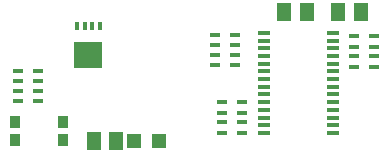
<source format=gbr>
G04 EAGLE Gerber RS-274X export*
G75*
%MOMM*%
%FSLAX34Y34*%
%LPD*%
%INSolderpaste Top*%
%IPPOS*%
%AMOC8*
5,1,8,0,0,1.08239X$1,22.5*%
G01*
%ADD10R,0.990600X0.304800*%
%ADD11R,1.300000X1.500000*%
%ADD12R,0.420000X0.700000*%
%ADD13R,0.450000X1.050000*%
%ADD14R,2.350000X2.250000*%
%ADD15R,1.200000X1.200000*%
%ADD16R,0.900000X0.450000*%
%ADD17R,0.900000X1.000000*%


D10*
X312452Y151470D03*
X312452Y144970D03*
X312452Y138470D03*
X312452Y131970D03*
X312452Y125470D03*
X312452Y118970D03*
X312452Y112470D03*
X312452Y105970D03*
X370808Y105970D03*
X370808Y112470D03*
X370808Y118970D03*
X370808Y125470D03*
X370808Y131970D03*
X370808Y138470D03*
X370808Y144970D03*
X370808Y151470D03*
X312452Y99470D03*
X312452Y92970D03*
X370808Y99470D03*
X370808Y92970D03*
X312452Y86470D03*
X312452Y79970D03*
X312452Y73470D03*
X312452Y66970D03*
X370808Y66970D03*
X370808Y73470D03*
X370808Y79970D03*
X370808Y86470D03*
D11*
X394310Y168910D03*
X375310Y168910D03*
X329590Y168910D03*
X348590Y168910D03*
D12*
X167210Y157350D03*
X173710Y157350D03*
X160710Y157350D03*
X154210Y157350D03*
D13*
X154710Y127100D03*
X167210Y127100D03*
X160710Y127100D03*
X173210Y127100D03*
D14*
X163960Y132850D03*
D15*
X202860Y59690D03*
X223860Y59690D03*
D11*
X187300Y59690D03*
X168300Y59690D03*
D16*
X277250Y67010D03*
X294250Y67010D03*
X277250Y76010D03*
X277250Y84010D03*
X277250Y93010D03*
X294250Y93010D03*
X294250Y76010D03*
X294250Y84010D03*
X104530Y93680D03*
X121530Y93680D03*
X104530Y102680D03*
X104530Y110680D03*
X104530Y119680D03*
X121530Y119680D03*
X121530Y102680D03*
X121530Y110680D03*
X287900Y150160D03*
X270900Y150160D03*
X287900Y141160D03*
X287900Y133160D03*
X287900Y124160D03*
X270900Y124160D03*
X270900Y141160D03*
X270900Y133160D03*
X389010Y122890D03*
X406010Y122890D03*
X389010Y131890D03*
X389010Y139890D03*
X389010Y148890D03*
X406010Y148890D03*
X406010Y131890D03*
X406010Y139890D03*
D17*
X101420Y60580D03*
X101420Y76580D03*
X142420Y76580D03*
X142420Y60580D03*
M02*

</source>
